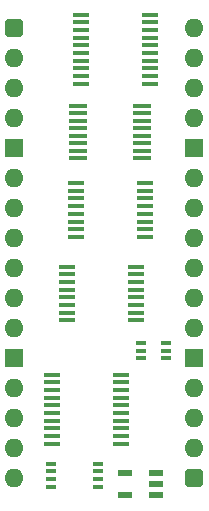
<source format=gts>
%TF.GenerationSoftware,KiCad,Pcbnew,8.0.7*%
%TF.CreationDate,2025-01-12T21:07:30+02:00*%
%TF.ProjectId,HCP65 MPU Timer,48435036-3520-44d5-9055-2054696d6572,V1*%
%TF.SameCoordinates,Original*%
%TF.FileFunction,Soldermask,Top*%
%TF.FilePolarity,Negative*%
%FSLAX46Y46*%
G04 Gerber Fmt 4.6, Leading zero omitted, Abs format (unit mm)*
G04 Created by KiCad (PCBNEW 8.0.7) date 2025-01-12 21:07:30*
%MOMM*%
%LPD*%
G01*
G04 APERTURE LIST*
G04 Aperture macros list*
%AMRoundRect*
0 Rectangle with rounded corners*
0 $1 Rounding radius*
0 $2 $3 $4 $5 $6 $7 $8 $9 X,Y pos of 4 corners*
0 Add a 4 corners polygon primitive as box body*
4,1,4,$2,$3,$4,$5,$6,$7,$8,$9,$2,$3,0*
0 Add four circle primitives for the rounded corners*
1,1,$1+$1,$2,$3*
1,1,$1+$1,$4,$5*
1,1,$1+$1,$6,$7*
1,1,$1+$1,$8,$9*
0 Add four rect primitives between the rounded corners*
20,1,$1+$1,$2,$3,$4,$5,0*
20,1,$1+$1,$4,$5,$6,$7,0*
20,1,$1+$1,$6,$7,$8,$9,0*
20,1,$1+$1,$8,$9,$2,$3,0*%
G04 Aperture macros list end*
%ADD10R,0.875000X0.450000*%
%ADD11R,1.450000X0.450000*%
%ADD12R,0.950000X0.450000*%
%ADD13R,1.525000X0.430000*%
%ADD14R,1.150000X0.600000*%
%ADD15R,1.475000X0.450000*%
%ADD16RoundRect,0.400000X-0.400000X-0.400000X0.400000X-0.400000X0.400000X0.400000X-0.400000X0.400000X0*%
%ADD17O,1.600000X1.600000*%
%ADD18R,1.600000X1.600000*%
G04 APERTURE END LIST*
D10*
%TO.C,IC11*%
X10749000Y-26655000D03*
X10749000Y-27305000D03*
X10749000Y-27955000D03*
X12873000Y-27955000D03*
X12873000Y-27305000D03*
X12873000Y-26655000D03*
%TD*%
D11*
%TO.C,IC6*%
X4441000Y-20204000D03*
X4441000Y-20854000D03*
X4441000Y-21504000D03*
X4441000Y-22154000D03*
X4441000Y-22804000D03*
X4441000Y-23454000D03*
X4441000Y-24104000D03*
X4441000Y-24754000D03*
X10291000Y-24754000D03*
X10291000Y-24104000D03*
X10291000Y-23454000D03*
X10291000Y-22804000D03*
X10291000Y-22154000D03*
X10291000Y-21504000D03*
X10291000Y-20854000D03*
X10291000Y-20204000D03*
%TD*%
D12*
%TO.C,IC1*%
X3105000Y-36871000D03*
X3105000Y-37521000D03*
X3105000Y-38171000D03*
X3105000Y-38821000D03*
X7055000Y-38821000D03*
X7055000Y-38171000D03*
X7055000Y-37521000D03*
X7055000Y-36871000D03*
%TD*%
D13*
%TO.C,IC7*%
X5416000Y-6598500D03*
X5416000Y-7232500D03*
X5416000Y-7868500D03*
X5416000Y-8502500D03*
X5416000Y-9138500D03*
X5416000Y-9772500D03*
X5416000Y-10408500D03*
X5416000Y-11042500D03*
X10840000Y-11042500D03*
X10840000Y-10408500D03*
X10840000Y-9772500D03*
X10840000Y-9138500D03*
X10840000Y-8502500D03*
X10840000Y-7868500D03*
X10840000Y-7232500D03*
X10840000Y-6598500D03*
%TD*%
D11*
%TO.C,IC14*%
X5203000Y-13130263D03*
X5203000Y-13780263D03*
X5203000Y-14430263D03*
X5203000Y-15080263D03*
X5203000Y-15730263D03*
X5203000Y-16380263D03*
X5203000Y-17030263D03*
X5203000Y-17680263D03*
X11053000Y-17680263D03*
X11053000Y-17030263D03*
X11053000Y-16380263D03*
X11053000Y-15730263D03*
X11053000Y-15080263D03*
X11053000Y-14430263D03*
X11053000Y-13780263D03*
X11053000Y-13130263D03*
%TD*%
D14*
%TO.C,IC5*%
X11968000Y-39558000D03*
X11968000Y-38608000D03*
X11968000Y-37658000D03*
X9368000Y-37658000D03*
X9368000Y-39558000D03*
%TD*%
D15*
%TO.C,IC2*%
X5606115Y1139131D03*
X5606115Y489131D03*
X5606115Y-160869D03*
X5606115Y-810869D03*
X5606115Y-1460869D03*
X5606115Y-2110869D03*
X5606115Y-2760869D03*
X5606115Y-3410869D03*
X5606115Y-4060869D03*
X5606115Y-4710869D03*
X11482115Y-4710869D03*
X11482115Y-4060869D03*
X11482115Y-3410869D03*
X11482115Y-2760869D03*
X11482115Y-2110869D03*
X11482115Y-1460869D03*
X11482115Y-810869D03*
X11482115Y-160869D03*
X11482115Y489131D03*
X11482115Y1139131D03*
%TD*%
%TO.C,IC9*%
X9034000Y-35183000D03*
X9034000Y-34533000D03*
X9034000Y-33883000D03*
X9034000Y-33233000D03*
X9034000Y-32583000D03*
X9034000Y-31933000D03*
X9034000Y-31283000D03*
X9034000Y-30633000D03*
X9034000Y-29983000D03*
X9034000Y-29333000D03*
X3158000Y-29333000D03*
X3158000Y-29983000D03*
X3158000Y-30633000D03*
X3158000Y-31283000D03*
X3158000Y-31933000D03*
X3158000Y-32583000D03*
X3158000Y-33233000D03*
X3158000Y-33883000D03*
X3158000Y-34533000D03*
X3158000Y-35183000D03*
%TD*%
D16*
%TO.C,J2*%
X0Y0D03*
D17*
X0Y-2540000D03*
X0Y-5080000D03*
X0Y-7620000D03*
D18*
X0Y-10160000D03*
D17*
X0Y-12700000D03*
X0Y-15240000D03*
X0Y-17780000D03*
X0Y-20320000D03*
X0Y-22860000D03*
X0Y-25400000D03*
D18*
X0Y-27940000D03*
D17*
X0Y-30480000D03*
X0Y-33020000D03*
X0Y-35560000D03*
X0Y-38100000D03*
D16*
X15240000Y-38100000D03*
D17*
X15240000Y-35560000D03*
X15240000Y-33020000D03*
X15240000Y-30480000D03*
D18*
X15240000Y-27940000D03*
D17*
X15240000Y-25400000D03*
X15240000Y-22860000D03*
X15240000Y-20320000D03*
X15240000Y-17780000D03*
X15240000Y-15240000D03*
X15240000Y-12700000D03*
D18*
X15240000Y-10160000D03*
D17*
X15240000Y-7620000D03*
X15240000Y-5080000D03*
X15240000Y-2540000D03*
X15240000Y0D03*
%TD*%
M02*

</source>
